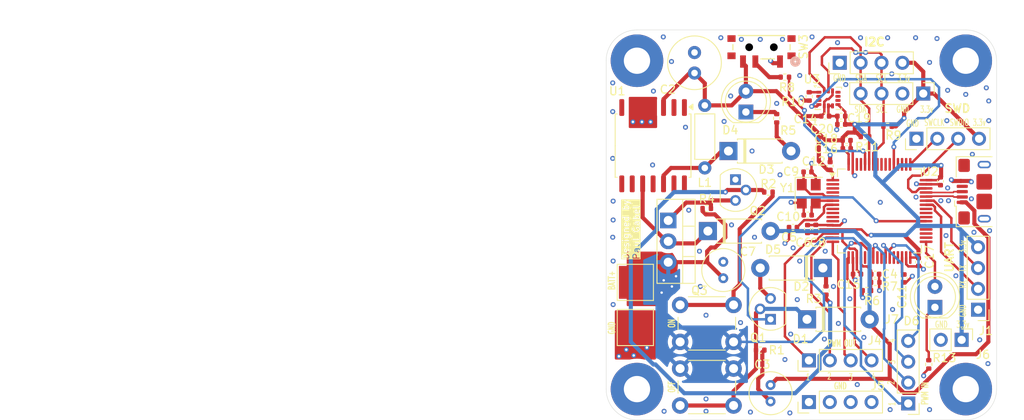
<source format=kicad_pcb>
(kicad_pcb (version 20240108) (generator "pcbnew") (generator_version "8.0")
  (layers (0 "F.Cu" signal) (1 "In1.Cu" signal) (2 "In2.Cu" signal) (31 "B.Cu" power) (34 "B.Paste" user) (35 "F.Paste" user) (36 "B.SilkS" user "B.Silkscreen") (37 "F.SilkS" user "F.Silkscreen") (38 "B.Mask" user) (39 "F.Mask" user) (44 "Edge.Cuts" user))
  (net 0 "")
  (net 1 "/VIN")
  (net 2 "GND")
  (net 3 "+3.3V")
  (net 4 "/NRST")
  (net 5 "/RCC_OSC_IN")
  (net 6 "/BATT_CNTRL_FORWARD")
  (net 7 "/RCC_OSC_OUT")
  (net 8 "/VCAP")
  (net 9 "/BATT_CTRL")
  (net 11 "/BUCK_RAW_OUT")
  (net 12 "-BATT")
  (net 13 "VBUS")
  (net 14 "/STATUS_OUT")
  (net 15 "/STATUS")
  (net 16 "/PWM_1")
  (net 17 "/PWM_3")
  (net 18 "/PWM_2")
  (net 19 "/PWM_4")
  (net 20 "/SCL")
  (net 21 "/SDA")
  (net 22 "/UART_TX")
  (net 23 "/UART_RX")
  (net 24 "/SWCLK")
  (net 25 "/SWDIO")
  (net 26 "/SIG_2")
  (net 27 "/SIG_1")
  (net 28 "/SIG_3")
  (net 29 "/SIG_4")
  (net 33 "/USB_D+")
  (net 36 "/USB_D-")
  (net 38 "/PMOS_G")
  (net 39 "/PNP_B")
  (net 40 "/NPN_B")
  (net 41 "/ON_BTN")
  (net 42 "/BATT_IN")
  (net 43 "/AD0")
  (net 44 "/SW_BOOT0")
  (net 45 "/BOOT0")
  (net 46 "/IMU_R")
  (net 47 "/PNP_C")
  (net 48 "/P_LED_OUT")
  (footprint "Diode_THT:D_DO-41_SOD81_P7.62mm_Horizontal" (layer "F.Cu") (at 171.13 80.5)
    (property "Reference" "D3")
    (property "Value" "11DQ05" (hide yes))
  )
  (footprint "TestPoint:TestPoint_Pad_4.0x4.0mm" (layer "F.Cu") (at 159.8 102)
    (property "Reference" "TP2" (hide yes))
    (property "Value" "TestPoint" (hide yes))
  )
  (footprint "Package_QFP:LQFP-64_10x10mm_P0.5mm" (layer "F.Cu") (at 189.5 87.8)
    (property "Reference" "U2")
    (property "Value" "STM32F401RCT6" (hide yes))
  )
  (footprint "Capacitor_SMD:C_0402_1005Metric" (layer "F.Cu") (at 180.75 83.05)
    (property "Reference" "C9")
    (property "Value" "10p" (hide yes))
  )
  (footprint "MountingHole:MountingHole_3.2mm_M3_Pad" (layer "F.Cu") (at 160 109.5)
    (property "Reference" "H2" (hide yes))
    (property "Value" "MountingHole" (hide yes))
  )
  (footprint "Resistor_SMD:R_0402_1005Metric" (layer "F.Cu") (at 177.99 71.5)
    (property "Reference" "R8")
    (property "Value" "10k" (hide yes))
  )
  (footprint "Capacitor_THT:C_Radial_D5.0mm_H5.0mm_P2.00mm" (layer "F.Cu") (at 170.5 96 90)
    (property "Reference" "C7")
    (property "Value" "22uF" (hide yes))
  )
  (footprint "Resistor_SMD:R_0402_1005Metric" (layer "F.Cu") (at 190.49 77.5)
    (property "Reference" "R9")
    (property "Value" "4k7" (hide yes))
  )
  (footprint "Diode_THT:D_DO-41_SOD81_P7.62mm_Horizontal" (layer "F.Cu") (at 180.69 101)
    (property "Reference" "D1")
    (property "Value" "11DQ05" (hide yes))
  )
  (footprint "Connector_PinHeader_2.54mm:PinHeader_1x04_P2.54mm_Vertical" (layer "F.Cu") (at 201.5 99.83 180)
    (property "Reference" "J1")
    (property "Value" "Conn_01x04_Pin" (hide yes))
  )
  (footprint "Resistor_SMD:R_0402_1005Metric" (layer "F.Cu") (at 174.99 104.75 180)
    (property "Reference" "R1")
    (property "Value" "10k" (hide yes))
  )
  (footprint "Capacitor_SMD:C_0402_1005Metric" (layer "F.Cu") (at 186.77 95.5 180)
    (property "Reference" "C15")
    (property "Value" "0u1" (hide yes))
  )
  (footprint "Capacitor_SMD:C_0402_1005Metric" (layer "F.Cu") (at 185.5 79.2)
    (property "Reference" "C18")
    (property "Value" "4u7" (hide yes))
  )
  (footprint "Resistor_SMD:R_0402_1005Metric" (layer "F.Cu") (at 177 76.51 -90)
    (property "Reference" "R5")
    (property "Value" "1k5" (hide yes))
  )
  (footprint "TestPoint:TestPoint_Pad_4.0x4.0mm" (layer "F.Cu") (at 159.8 96.5)
    (property "Reference" "TP1" (hide yes))
    (property "Value" "TestPoint" (hide yes))
  )
  (footprint "Package_SO:SOIC-14W_7.5x9mm_P1.27mm" (layer "F.Cu") (at 161.96 79.85 -90)
    (property "Reference" "U1")
    (property "Value" "LM2574M-3.3" (hide yes))
  )
  (footprint "Package_TO_SOT_THT:TO-92" (layer "F.Cu") (at 176.25 101 90)
    (property "Reference" "Q1")
    (property "Value" "2N2907_PNP" (hide yes))
  )
  (footprint "MountingHole:MountingHole_3.2mm_M3_Pad" (layer "F.Cu") (at 160 69.5)
    (property "Reference" "H1" (hide yes))
    (property "Value" "MountingHole" (hide yes))
  )
  (footprint "Resistor_SMD:R_0402_1005Metric" (layer "F.Cu") (at 183 97.49 -90)
    (property "Reference" "R3")
    (property "Value" "1k5" (hide yes))
  )
  (footprint "Connector_PinHeader_2.54mm:PinHeader_1x04_P2.54mm_Vertical" (layer "F.Cu") (at 184.67 69.75 90)
    (property "Reference" "J3" (hide yes))
    (property "Value" "Conn_01x04_Pin" (hide yes))
  )
  (footprint "Capacitor_SMD:C_0402_1005Metric" (layer "F.Cu") (at 192.5 96.02 -90)
    (property "Reference" "C11")
    (property "Value" "4u7" (hide yes))
  )
  (footprint "Resistor_SMD:R_0402_1005Metric" (layer "F.Cu") (at 187.74 78.75 180)
    (property "Reference" "R11")
    (property "Value" "4k7" (hide yes))
  )
  (footprint "Connector_PinHeader_2.54mm:PinHeader_1x04_P2.54mm_Vertical" (layer "F.Cu") (at 194 79 90)
    (property "Reference" "J2" (hide yes))
    (property "Value" "Conn_01x04_Pin" (hide yes))
  )
  (footprint "Capacitor_SMD:C_0402_1005Metric" (layer "F.Cu") (at 188.98 95.5)
    (property "Reference" "C4")
    (property "Value" "10n" (hide yes))
  )
  (footprint "Capacitor_THT:C_Radial_D5.0mm_H5.0mm_P2.00mm" (layer "F.Cu") (at 176.25 109 -90)
    (property "Reference" "C3")
    (property "Value" "22uF" (hide yes))
  )
  (footprint "Capacitor_SMD:C_0402_1005Metric" (layer "F.Cu") (at 180.77 88.3 180)
    (property "Reference" "C10")
    (property "Value" "10p" (hide yes))
  )
  (footprint "Resistor_SMD:R_0402_1005Metric" (layer "F.Cu") (at 195.5 106.49 -90)
    (property "Reference" "R13")
    (property "Value" "470" (hide yes))
  )
  (footprint "Diode_THT:D_DO-41_SOD81_P7.62mm_Horizontal" (layer "F.Cu") (at 168.63 90.25)
    (property "Reference" "D5")
    (property "Value" "11DQ05" (hide yes))
  )
  (footprint "MountingHole:MountingHole_3.2mm_M3_Pad" (layer "F.Cu") (at 200 69.5)
    (property "Reference" "H3" (hide yes))
    (property "Value" "MountingHole" (hide yes))
  )
  (footprint "Diode_THT:D_DO-41_SOD81_P7.62mm_Horizontal" (layer "F.Cu") (at 182.62 94.75 180)
    (property "Reference" "D2")
    (property "Value" "11DQ05" (hide yes))
  )
  (footprint "Capacitor_SMD:C_0402_1005Metric" (layer "F.Cu") (at 196.925 84.18 -90)
    (property "Reference" "C13" (hide yes))
    (property "Value" "0u1" (hide yes))
  )
  (footprint "Crystal:Crystal_SMD_3225-4Pin_3.2x2.5mm" (layer "F.Cu") (at 180.9 85.7 -90)
    (property "Reference" "Y1")
    (property "Value" "16MHz" (hide yes))
  )
  (footprint "Resistor_SMD:R_0402_1005Metric" (layer "F.Cu") (at 187.97 97.5)
    (property "Reference" "R6")
    (property "Value" "10k" (hide yes))
  )
  (footprint "Resistor_SMD:R_0402_1005Metric" (layer "F.Cu") (at 175.99 85.5 180)
    (property "Reference" "R2")
    (property "Value" "10k" (hide yes))
  )
  (footprint "Capacitor_SMD:C_0402_1005Metric" (layer "F.Cu") (at 181.75 89.98 90)
    (property "Reference" "C8")
    (property "Value" "0u1" (hide yes))
  )
  (footprint "Package_TO_SOT_THT:TO-92" (layer "F.Cu") (at 171.98 83.98 -90)
    (property "Reference" "Q2")
    (property "Value" "2N222A_NPN" (hide yes))
  )
  (footprint "Capacitor_SMD:C_0402_1005Metric" (layer "F.Cu") (at 182.8975 76.25)
    (property "Reference" "C14")
    (property "Value" "10n" (hide yes))
  )
  (footprint "Connector_USB:USB_Micro-B_Amphenol_10118193-0001LF_Horizontal" (layer "F.Cu") (at 202.25 85.45 90)
    (property "Reference" "J9" (hide yes))
    (property "Value" "USB_OTG")
  )
  (footprint "Button_Switch_THT:SW_PUSH_6mm" (layer "F.Cu") (at 171.75 103.75 180)
    (property "Reference" "SW2" (hide yes))
    (property "Value" "SW_Push" (hide yes))
  )
  (footprint "Resistor_SMD:R_0402_1005Metric" (layer "F.Cu") (at 188.99 96.5 180)
    (property "Reference" "R7")
    (property "Value" "1k5" (hide yes))
  )
  (footprint "Capacitor_SMD:C_0402_1005Metric" (layer "F.Cu") (at 185.52 80.2)
    (property "Reference" "C16")
    (property "Value" "0u1" (hide yes))
  )
  (footprint "footprints:CUS-12TB_NDC" (layer "F.Cu") (at 175.14998 67.854599 180)
    (property "Reference" "SW3")
    (property "Value" "SW_SPDT")
  )
  (footprint "Button_Switch_THT:SW_PUSH_6mm" (layer "F.Cu") (at 165.25 107)
    (property "Reference" "SW1" (hide yes))
    (property "Value" "SW_Push" (hide yes))
  )
  (footprint "Inductor_THT:L_Axial_L5.3mm_D2.2mm_P7.62mm_Horizontal_Vishay_IM-1" (layer "F.Cu") (at 168.25 74.94 -90)
    (property "Reference" "L1")
    (property "Value" "330uH" (hide yes))
  )
  (footprint "LED_THT:LED_D5.0mm_Clear" (layer "F.Cu") (at 196.25 99.54 90)
    (property "Reference" "D6")
    (property "Value" "GREEN" (hide yes))
  )
  (footprint "Capacitor_SMD:C_0402_1005Metric" (layer "F.Cu") (at 178.98 89.8 180)
    (property "Reference" "C5")
    (property "Value" "0u1" (hide yes))
  )
  (footprint "Package_LGA:LGA-14_3x2.5mm_P0.5mm_LayoutBorder3x4y" (layer "F.Cu") (at 183.29 74.0875)
    (property "Reference" "U3")
    (property "Value" "~" (hide yes))
  )
  (footprint "Connector_PinHeader_2.54mm:PinHeader_1x04_P2.54mm_Vertical" (layer "F.Cu") (at 180.92 111.08 90)
    (property "Reference" "J5")
    (property "Value" "Conn_01x04_Pin" (hide yes))
  )
  (footprint "Connector_PinHeader_2.54mm:PinHeader_1x04_P2.54mm_Vertical" (layer "F.Cu") (at 193 111.25 180)
    (property "Reference" "J7")
    (property "Value" "Conn_01x04_Pin" (hide yes))
  )
  (footprint "Connector_PinHeader_2.54mm:PinHeader_1x02_P2.54mm_Vertical" (layer "F.Cu") (at 199.5 103.5 -90)
    (property "Reference" "J6")
    (property "Value" "Conn_01x02_Pin" (hide yes))
  )
  (footprint "Package_TO_SOT_THT:TO-220-3_Vertical" (layer "F.Cu") (at 163.805 88.96 -90)
    (property "Reference" "Q3")
    (property "Value" "IRF9540N" (hide yes))
  )
  (footprint "Connector_PinHeader_2.54mm:PinHeader_1x04_P2.54mm_Vertical" (layer "F.Cu") (at 194.83 73.5 -90)
    (property "Reference" "J8" (hide yes))
    (property "Value" "Conn_01x04_Socket" (hide yes))
  )
  (footprint "Capacitor_SMD:C_0402_1005Metric" (layer "F.Cu") (at 180.75 90 90)
    (property "Reference" "C6")
    (property "Value" "2u2" (hide yes))
  )
  (footprint "Connector_PinHeader_2.54mm:PinHeader_1x04_P2.54mm_Vertical" (layer "F.Cu") (at 180.92 106 90)
    (property "Reference" "J4")
    (property "Value" "Conn_01x04_Pin" (hide yes))
  )
  (footprint "Resistor_SMD:R_0402_1005Metric" (layer "F.Cu") (at 168.49 87.5)
    (property "Reference" "R4")
    (property "Value" "10k" (hide yes))
  )
  (footprint "Capacitor_SMD:C_0402_1005Metric" (layer "F.Cu") (at 194.25 94.02 -90)
    (property "Reference" "C17")
    (property "Value" "0u1" (hide yes))
  )
  (footprint "Capacitor_THT:C_Radial_D6.3mm_H11.0mm_P2.50mm" (layer "F.Cu") (at 167 71 90)
    (property "Reference" "C2")
    (property "Value" "220uF" (hide yes))
  )
  (footprint "Capacitor_SMD:C_0402_1005Metric" (layer "F.Cu") (at 183.5 82.32 90)
    (property "Reference" "C12")
    (property "Value" "0u1" (hide yes))
  )
  (footprint "LED_THT:LED_D5.0mm_Clear" (layer "F.Cu") (at 173.25 75.75 90)
    (property "Reference" "D4")
    (property "Value" "RED" (hide yes))
  )
  (footprint "Capacitor_SMD:C_0402_1005Metric" (layer "F.Cu") (at 184.8575 76.25 180)
    (property "Reference" "C19")
    (property "Value" "0u1" (hide yes))
  )
  (footprint "MountingHole:MountingHole_3.2mm_M3_Pad" (layer "F.Cu") (at 200 109.5)
    (property "Reference" "H4" (hide yes))
    (property "Value" "MountingHole" (hide yes))
  )
  (footprint "Resistor_SMD:R_0402_1005Metric" (layer "F.Cu") (at 180.9525 73.8475 90)
    (property "Reference" "R10")
    (property "Value" "10k" (hide yes))
  )
  (footprint "Capacitor_SMD:C_0402_1005Metric" (layer "F.Cu") (at 184.8575 77.25 180)
    (property "Reference" "C20")
    (property "Value" "2u2" (hide yes))
  )
  (gr_arc (start 160 113.25) (mid 157.34835 112.15165) (end 156.25 109.5) (stroke (width 0.05)) (layer "Edge.Cuts"))
  (gr_line (start 160 65.75) (end 200 65.75) (stroke (width 0.05)) (layer "Edge.Cuts"))
  (gr_arc (start 203.75 109.5) (mid 202.65165 112.15165) (end 200 113.25) (stroke (width 0.05)) (layer "Edge.Cuts"))
  (gr_arc (start 200 65.75) (mid 202.65165 66.84835) (end 203.75 69.5) (stroke (width 0.05)) (layer "Edge.Cuts"))
  (gr_line (start 203.75 69.5) (end 203.75 109.5) (stroke (width 0.05)) (layer "Edge.Cuts"))
  (gr_arc (start 156.25 69.5) (mid 157.34835 66.84835) (end 160 65.75) (stroke (width 0.05)) (layer "Edge.Cuts"))
  (gr_line (start 200 113.25) (end 160 113.25) (stroke (width 0.05)) (layer "Edge.Cuts"))
  (gr_line (start 156.25 109.5) (end 156.25 69.5) (stroke (width 0.05)) (layer "Edge.Cuts"))
  (gr_text "SDA" (at 186.4 75.9 0) (layer "F.SilkS") (effects (font (size 0.8 0.5) (thickness 0.1) (bold yes)) (justify left bottom)))
  (gr_text "Designed by\nPaul Gabel" (at 160.4 93.8 90) (layer "F.SilkS" knockout) (effects (font (size 0.8 0.8) (thickness 0.1) (bold yes)) (justify left bottom)))
  (gr_text "SWD" (at 197.3 75.9 0) (layer "F.SilkS") (effects (font (size 1 1) (thickness 0.2) (bold yes)) (justify left bottom)))
  (gr_text "BATT+" (at 157.4 97.5 90) (layer "F.SilkS") (effects (font (size 0.8 0.5) (thickness 0.125) (bold yes)) (justify left bottom)))
  (gr_text "ON" (at 164.7 102.1 90) (layer "F.SilkS") (effects (font (size 0.8 0.5) (thickness 0.125) (bold yes)) (justify left bottom)))
  (gr_text "1" (at 191.5 111.6 90) (layer "F.SilkS") (effects (font (size 0.8 0.5) (thickness 0.1) (bold yes)) (justify left bottom)))
  (gr_text "3.3v" (at 194.4 75.9 0) (layer "F.SilkS") (effects (font (size 0.8 0.5) (thickness 0.1) (bold yes)) (justify left bottom)))
  (gr_text "GND" (at 200.1 100.8 90) (layer "F.SilkS") (effects (font (size 0.8 0.5) (thickness 0.1) (bold yes)) (justify left bottom)))
  (gr_text "3.3v" (at 198.8 102.1 0) (layer "F.SilkS") (effects (font (size 0.8 0.5) (thickness 0.1) (bold yes)) (justify left bottom)))
  (gr_text "PWM IN" (at 195.5 111.5 90) (layer "F.SilkS") (effects (font (size 0.8 0.5) (thickness 0.125) (bold yes)) (justify left bottom)))
  (gr_text "3.3v" (at 200.8 77.5 0) (layer "F.SilkS") (effects (font (size 0.8 0.5) (thickness 0.1) (bold yes)) (justify left bottom)))
  (gr_text "SWDIO" (at 198 77.5 0) (layer "F.SilkS") (effects (font (size 0.8 0.5) (thickness 0.1) (bold yes)) (justify left bottom)))
  (gr_text "SDA" (at 186.5 72.1 0) (layer "F.SilkS") (effects (font (size 0.8 0.5) (thickness 0.1) (bold yes)) (justify left bottom)))
  (gr_text "4" (at 188.5 108.5 0) (layer "F.SilkS") (effects (font (size 0.8 0.5) (thickness 0.1) (bold yes)) (justify left bottom)))
  (gr_text "3" (at 191.5 106.5 90) (layer "F.SilkS") (effects (font (size 0.8 0.5) (thickness 0.1) (bold yes)) (justify left bottom)))
  (gr_text "GND" (at 183.8 72.1 0) (layer "F.SilkS") (effects (font (size 0.8 0.5) (thickness 0.1) (bold yes)) (justify left bottom)))
  (gr_text "2" (at 183.1 108.4 0) (layer "F.SilkS") (effects (font (size 0.8 0.5) (thickness 0.1) (bold yes)) (justify left bottom)))
  (gr_text "PWM OUT" (at 183.1 104.4 0) (layer "F.SilkS") (effects (font (size 0.8 0.5) (thickness 0.125) (bold yes)) (justify left bottom)))
  (gr_text "3" (at 185.7 108.5 0) (layer "F.SilkS") (effects (font (size 0.8 0.5) (thickness 0.1) (bold yes)) (justify left bottom)))
  (gr_text "SCL" (at 189 72.1 0) (layer "F.SilkS") (effects (font (size 0.8 0.5) (thickness 0.1) (bold yes)) (justify left bottom)))
  (gr_text "OFF" (at 164.7 110 90) (layer "F.SilkS") (effects (font (size 0.8 0.5) (thickness 0.125) (bold yes)) (justify left bottom)))
  (gr_text "GND" (at 191.5 75.9 0) (layer "F.SilkS") (effects (font (size 0.8 0.5) (thickness 0.1) (bold yes)) (justify left bottom)))
  (gr_text "TX" (at 200.1 95.3 90) (layer "F.SilkS") (effects (font (size 0.8 0.5) (thickness 0.1) (bold yes)) (justify left bottom)))
  (gr_text "3.3v" (at 200.1 93 90) (layer "F.SilkS") (effects (font (size 0.8 0.5) (thickness 0.1) (bold yes)) (justify left bottom)))
  (gr_text "3.3v" (at 191.6 72.1 0) (layer "F.SilkS") (effects (font (size 0.8 0.5) (thickness 0.1) (bold yes)) (justify left bottom)))
  (gr_text "GND" (at 192.7 77.6 0) (layer "F.SilkS") (effects (font (size 0.8 0.5) (thickness 0.1) (bold yes)) (justify left bottom)))
  (gr_text "SWCLK" (at 194.9 77.5 0) (layer "F.SilkS") (effects (font (size 0.8 0.5) (thickness 0.1) (bold yes)) (justify left bottom)))
  (gr_text "GND" (at 157.4 102.9 90) (layer "F.SilkS") (effects (font (size 0.8 0.5) (thickness 0.125) (bold yes)) (justify left bottom)))
  (gr_text "RX" (at 200.1 97.3 90) (layer "F.SilkS") (effects (font (size 0.8 0.5) (thickness 0.1) (bold yes)) (justify left bottom)))
  (gr_text "I2C" (at 187.5 67.8 0) (layer "F.SilkS") (effects (font (size 1 1) (thickness 0.25) (bold yes)) (justify left bottom)))
  (gr_text "GND" (at 196.2 102.1 0) (layer "F.SilkS") (effects (font (size 0.8 0.5) (thickness 0.1) (bold yes)) (justify left bottom)))
  (gr_text "1" (at 180.5 108.5 0) (layer "F.SilkS") (effects (font (size 0.8 0.5) (thickness 0.1) (bold yes)) (justify left bottom)))
  (gr_text "2" (at 191.4 109 90) (layer "F.SilkS") (effects (font (size 0.8 0.5) (thickness 0.1) (bold yes)) (justify left bottom)))
  (gr_text "SCL" (at 189 75.9 0) (layer "F.SilkS") (effects (font (size 0.8 0.5) (thickness 0.1) (bold yes)) (justify left bottom)))
  (gr_text "UART" (at 198.6 95.4 90) (layer "F.SilkS") (effects (font (size 1 1) (thickness 0.2) (bold yes)) (justify left bottom)))
  (gr_text "4" (at 191.5 103.9 90) (layer "F.SilkS") (effects (font (size 0.8 0.5) (thickness 0.1) (bold yes)) (justify left bottom)))
  (gr_text "GND" (at 183.9 109.6 0) (layer "F.SilkS") (effects (font (size 0.8 0.5) (thickness 0.125) (bold yes)) (justify left bottom)))
  (segment (start 163 91.5) (end 163.805 91.5) (width 0.5) (layer "F.Cu") (net 1))
  (segment (start 163.5925 91.5) (end 163.805 91.5) (width 0.5) (layer "F.Cu") (net 1))
  (segment (start 160.69 88.5975) (end 163.5925 91.5) (width 0.5) (layer "F.Cu") (net 1))
  (segment (start 160.69 84.5) (end 160.69 88.5975) (width 0.5) (layer "F.Cu") (net 1))
  (segment (start 168.63 90.25) (end 167.13 91.75) (width 0.5) (layer "F.Cu") (net 1))
  (segment (start 167.13 91.75) (end 164.055 91.75) (width 0.5) (layer "F.Cu") (net 1))
  (segment (start 164.055 91.75) (end 163.805 91.5) (width 0.5) (layer "F.Cu") (net 1))
  (segment (start 186.29 95.941473) (end 186.55839 96.209863) (width 0.3) (layer "F.Cu") (net 2))
  (segment (start 186.25 82.125) (end 186.25 83.25) (width 0.3) (layer "F.Cu") (net 2))
  (segment (start 177.399983 69.799999) (end 176.549999 69.799999) (width 0.5) (layer "F.Cu") (net 2))
  (segment (start 183.3775 76.25) (end 184.3775 76.25) (width 0.3) (layer "F.Cu") (net 2))
  (segment (start 186.29 95.5) (end 186.29 93.515) (width 0.3) (layer "F.Cu") (net 2))
  (segment (start 184.3775 76.25) (end 184.3775 77.25) (width 0.3) (layer "F.Cu") (net 2))
  (segment (start 195.175 84.55) (end 194.05 84.55) (width 0.3) (layer "F.Cu") (net 2))
  (segment (start 194.880025 107.619975) (end 194.880025 107.880025) (width 0.3) (layer "F.Cu") (net 2))
  (segment (start 184.7 89.55) (end 185.25 89) (width 0.3) (layer "F.Cu") (net 2))
  (segment (start 175.5 104.75) (end 175.25 105) (width 0.5) (layer "F.Cu") (net 2))
  (segment (start 178.5 89.8) (end 178.5 91.25) (width 0.3) (layer "F.Cu") (net 2))
  (segment (start 192.75 96.5) (end 193.5 95.75) (width 0.3) (layer "F.Cu") (net 2))
  (segment (start 184.3 77.9) (end 184.3775 77.8225) (width 0.3) (layer "F.Cu") (net 2))
  (segment (start 178.5 91.25) (end 178 91.75) (width 0.3) (layer "F.Cu") (net 2))
  (segment (start 200.675 84.25) (end 200.575 84.15) (width 0.5) (layer "F.Cu") (net 2))
  (segment (start 186.29 93.515) (end 186.25 93.475) (width 0.3) (layer "F.Cu") (net 2))
  (segment (start 177 77.02) (end 177 78.75) (width 0.5) (layer "F.Cu") (net 2))
  (segment (start 181.75 83.57) (end 181.23 83.05) (width 0.3) (layer "F.Cu") (net 2))
  (segment (start 175.25 105) (end 175.25 107.75) (width 0.5) (layer "F.Cu") (net 2))
  (segment (start 183.29 76.1625) (end 183.29 75) (width 0.3) (layer "F.Cu") (net 2))
  (segment (start 186.25 82.125) (end 186.25 80.45) (width 0.3) (layer "F.Cu") (net 2))
  (segment (start 181.23 82.02) (end 181.25 82) (width 0.3) (layer "F.Cu") (net 2))
  (segment (start 178.8 86.8) (end 178.75 86.75) (width 0.3) (layer "F.Cu") (net 2))
  (segment (start 186.29 95.5) (end 186.29 95.941473) (width 0.3) (layer "F.Cu") (net 2))
  (segment (start 183.3775 76.25) (end 183.29 76.1625) (width 0.3) (layer "F.Cu") (net 2))
  (segment (start 174.75 108.25) (end 174.75 109.5) (width 0.5) (layer "F.Cu") (net 2))
  (segment (start 193.01759 94.55) (end 192.75 94.28241) (width 0.3) (layer "F.Cu") (net 2))
  (segment (start 180.29 88.3) (end 180.29 87.04) (width 0.3) (layer "F.Cu") (net 2))
  (segment (start 175.25 107.75) (end 174.75 108.25) (width 0.5) (layer "F.Cu") (net 2))
  (segment (start 174.75 109.5) (end 176.25 111) (width 0.5) (layer "F.Cu") (net 2))
  (segment (start 161.2 104.4) (end 161.2 104.450002) (width 0.5) (layer "F.Cu") (net 2))
  (segment (start 183.795 89.52) (end 183.825 89.55) (width 0.3) (layer "F.Cu") (net 2))
  (segment (start 194.45 94.5) (end 194.85 94.9) (width 0.3) (layer "F.Cu") (net 2))
  (segment (start 194.05 84.55) (end 194 84.5) (width 0.3) (layer "F.Cu") (net 2))
  (segment (start 181.23 83.05) (end 181.23 82.02) (width 0.3) (layer "F.Cu") (net 2))
  (segment (start 184.3775 77.8225) (end 184.3775 77.25) (width 0.3) (layer "F.Cu") (net 2))
  (segment (start 183.79 75) (end 183.29 75) (width 0.3) (layer "F.Cu") (net 2))
  (segment (start 194.25 94.5) (end 194.2 94.55) (width 0.3) (layer "F.Cu") (net 2))
  (segment (start 181.75 84.6) (end 181.75 83.57) (width 0.3) (layer "F.Cu") (net 2))
  (segment (start 180.05 86.8) (end 178.8 86.8) (width 0.3) (layer "F.Cu") (net 2))
  (segment (start 180.9525 74.3575) (end 180.3575 74.3575) (width 0.5) (layer "F.Cu") (net 2))
  (segment (start 180.3575 74.3575) (end 180 74) (width 0.5) (layer "F.Cu") (net 2))
  (segment (start 177 78.75) (end 178.75 80.5) (width 0.5) (layer "F.Cu") (net 2))
  (segment (start 194.25 94.5) (end 194.45 94.5) (width 0.3) (layer "F.Cu") (net 2))
  (segment (start 176.549999 69.799999) (end 176.25 69.5) (width 0.5) (layer "F.Cu") (net 2))
  (segment (start 198.4 84.15) (end 199.4 84.15) (width 0.5) (layer "F.Cu") (net 2))
  (segment (start 183.5 81.84) (end 183.5 81) (width 0.5) (layer "F.Cu") (net 2))
  (segment (start 196.815 84.55) (end 196.925 84.66) (width 0.3) (layer "F.Cu") (net 2))
  (segment (start 198.25 84) (end 198.4 84.15) (width 0.5) (layer "F.Cu") (net 2))
  (segment (start 194.2 94.55) (end 193.01759 94.55) (width 0.3) (layer "F.Cu") (net 2))
  (segment (start 189.46 95.5) (end 189.46 97.46) (width 0.3) (layer "F.Cu") (net 2))
  (segment (start 180.29 87.04) (end 180.05 86.8) (width 0.3) (layer "F.Cu") (net 2))
  (segment (start 189.46 97.46) (end 189.5 97.5) (width 0.3) (layer "F.Cu") (net 2))
  (segment (start 195.175 84.55) (end 196.815 84.55) (width 0.3) (layer "F.Cu") (net 2))
  (segment (start 185.98 79.2) (end 185.98 80.18) (width 0.3) (layer "F.Cu") (net 2))
  (segment (start 195.5 107) (end 194.880025 107.619975) (width 0.3) (layer "F.Cu") (net 2))
  (segment (start 192.5 96.5) (end 192.75 96.5) (width 0.3) (layer "F.Cu") (net 2))
  (segment (start 180.75 89.52) (end 183.795 89.52) (width 0.3) (layer "F.Cu") (net 2))
  (segment (start 200.575 84.15) (end 199.4 84.15) (width 0.5) (layer "F.Cu") (net 2))
  (segment (start 186.25 83.25) (end 186.5 83.5) (width 0.3) (layer "F.Cu") (net 2))
  (segment (start 192.75 94.28241) (end 192.75 93.475) (width 0.3) (layer "F.Cu") (net 2))
  (segment (start 183.825 89.55) (end 184.7 89.55) (width 0.3) (layer "F.Cu") (net 2))
  (segment (start 185.98 80.18) (end 186 80.2) (width 0.3) (layer "F.Cu") (net 2))
  (segment (start 186.25 80.45) (end 186 80.2) (width 0.3) (layer "F.Cu") (net 2))
  (via (at 190.8 112) (size 0.6) (drill 0.3) (layers "F.Cu" "B.Cu") (net 2))
  (via (at 191 71.1) (size 0.6) (drill 0.3) (layers "F.Cu" "B.Cu") (net 2))
  (via (at 178 91.75) (size 0.6) (drill 0.3) (layers "F.Cu" "B.Cu") (net 2))
  (via (at 178.6 112.4) (size 0.6) (drill 0.3) (layers "F.Cu" "B.Cu") (net 2))
  (via (at 177 74.7) (size 0.6) (drill 0.3) (layers "F.Cu" "B.Cu") (net 2))
  (via (at 174.3 91) (size 0.6) (drill 0.3) (layers "F.Cu" "B.Cu") (net 2))
  (via (at 182.9 92.7) (size 0.6) (drill 0.3) (layers "F.Cu" "B.Cu") (net 2))
  (via (at 200.686463 86.32223) (size 0.6) (drill 0.3) (layers "F.Cu" "B.Cu") (net 2))
  (via (at 161.65 76.95) (size 0.6) (drill 0.3) (layers "F.Cu" "B.Cu") (net 2))
  (via (at 198.25 84) (size 0.6) (drill 0.3) (layers "F.Cu" "B.Cu") (net 2))
  (via (at 187.2 66.7) (size 0.6) (drill 0.3) (layers "F.Cu" "B.Cu") (net 2))
  (via (at 179 92.3) (size 0.6) (drill 0.3) (layers "F.Cu" "B.Cu") (net 2))
  (via (at 177.4 83.4) (size 0.6) (drill 0.3) (layers "F.Cu" "B.Cu") (net 2))
  (via (at 193.9 66.7) (size 0.6) (drill 0.3) (layers "F.Cu" "B.Cu") (net 2))
  (via (at 163.2 66.6) (size 0.6) (drill 0.3) (layers "F.Cu" "B.Cu") (net 2))
  (via (at 157.05 72.2) (size 0.6) (drill 0.3) (layers "F.Cu" "B.Cu") (net 2))
  (via (at 171.4 73.8) (size 0.6) (drill 0.3) (layers "F.Cu" "B.Cu") (net 2))
  (via (at 174 80.5) (size 0.6) (drill 0.3) (layers "F.Cu" "B.Cu") (net 2))
  (via (at 185.25 89) (size 0.6) (drill 0.3) (layers "F.Cu" "B.Cu") (net 2))
  (via (at 184.5 101.5) (size 0.6) (drill 0.3) (layers "F.Cu" "B.Cu") (net 2))
  (via (at 167.7 97) (size 0.6) (drill 0.3) (layers "F.Cu" "B.Cu") (net 2))
  (via (at 163.3 112.2) (size 0.6) (drill 0.3) (layers "F.Cu" "B.Cu") (net 2))
  (via (at 183.5 81) (size 0.6) (drill 0.3) (layers "F.Cu" "B.Cu") (net 2))
  (via (at 200.675 84.25) (size 0.6) (drill 0.3) (layers "F.Cu" "B.Cu") (net 2))
  (via (at 193.950001 86.106986) (size 0.6) (drill 0.3) (layers "F.Cu" "B.Cu") (net 2))
  (via (at 172.7 66.9) (size 0.6) (drill 0.3) (layers "F.Cu" "B.Cu") (net 2))
  (via (at 157.05 91) (size 0.6) (drill 0.3) (layers "F.Cu" "B.Cu") (net 2))
  (via (at 157.1 93.9) (size 0.6) (drill 0.3) (layers "F.Cu" "B.Cu") (net 2))
  (via (at 184.3 77.9) (size 0.6) (drill 0.3) (layers "F.Cu" "B.Cu") (net 2))
  (via (at 181.25 82) (size 0.6) (drill 0.3) (layers "F.Cu" "B.Cu") (net 2))
  (via (at 159.6 105.4) (size 0.6) (drill 0.3) (layers "F.Cu" "B.Cu") (net 2))
  (via (at 202.7 106.4) (size 0.6) (drill 0.3) (layers "F.Cu" "B.Cu") (net 2))
  (via (at 157.1 86.6) (size 0.6) (drill 0.3) (layers "F.Cu" "B.Cu") (net 2))
  (via (at 157.1 88.9) (size 0.6) (drill 0.3) (layers "F.Cu" "B.Cu") (net 2))
  (via (at 201 90.4) (size 0.6) (drill 0.3) (layers "F.Cu" "B.Cu") (net 2))
  (via (at 171.5 89.5) (size 0.6) (drill 0.3) (layers "F.Cu" "B.Cu") (net 2))
  (via (at 170.2 66.7) (size 0.6) (drill 0.3) (layers "F.Cu" "B.Cu") (net 2))
  (via (at 158.7 104.7) (size 0.6) (drill 0.3) (layers "F.Cu" "B.Cu") (net 2))
  (via (at 173.8 112.3) (size 0.6) (drill 0.3) (layers "F.Cu" "B.Cu") (net 2))
  (via (at 189.6 86.75) (size 0.6) (drill 0.3) (layers "F.Cu" "B.Cu") (net 2))
  (via (at 202.8 74.4) (size 0.6) (drill 0.3) (layers "F.Cu" "B.Cu") (net 2))
  (via (at 167.6 92.7) (size 0.6) (drill 0.3) (layers "F.Cu" "B.Cu") (net 2))
  (via (at 202.8 76.8) (size 0.6) (drill 0.3) (layers "F.Cu" "B.Cu") (net 2))
  (via (at 191.1 99.8) (size 0.6) (drill 0.3) (layers "F.Cu" "B.Cu") (net 2))
  (via (at 157.8 105.5) (size 0.6) (drill 0.3) (layers "F.Cu" "B.Cu") (net 2))
  (via (at 196.967334 86.55) (size 0.6) (drill 0.3) (layers "F.Cu" "B.Cu") (net 2))
  (via (at 197.7 76.8) (size 0.6) (drill 0.3) (layers "F.Cu" "B.Cu") (net 2))
  (via (at 179.8 71.3) (size 0.6) (drill 0.3) (layers "F.Cu" "B.Cu") (net 2))
  (via (at 168.4 112.2) (size 0.6) (drill 0.3) (layers "F.Cu" "B.Cu") (net 2))
  (via (at 161.2 104.450002) (size 0.6) (drill 0.3) (layers "F.Cu" "B.Cu") (net 2))
  (via (at 187.6 103.2) (size 0.6) (drill 0.3) (layers "F.Cu" "B.Cu") (net 2))
  (via (at 179.8 93.9) (size 0.6) (drill 0.3) (layers "F.Cu" "B.Cu") (net 2))
  (via (at 168.4 100.5) (size 0.6) (drill 0.3) (layers "F.Cu" "B.Cu") (net 2))
  (via (at 157.1 99.2) (size 0.6) (drill 0.3) (layers "F.Cu" "B.Cu") (net 2))
  (via (at 185.9 98.5) (size 0.6) (drill 0.3) (layers "F.Cu" "B.Cu") (net 2))
  (via (at 198.8 95.7) (size 0.6) (drill 0.3) (layers "F.Cu" "B.Cu") (net 2))
  (via (at 164.2 69.6) (size 0.6) (drill 0.3) (layers "F.Cu" "B.Cu") (net 2))
  (via (at 196.5 66.8) (size 0.6) (drill 0.3) (layers "F.Cu" "B.Cu") (net 2))
  (via (at 177.7 66.9) (size 0.6) (drill 0.3) (layers "F.Cu" "B.Cu") (net 2))
  (via (at 183.9 97) (size 0.6) (drill 0.3) (layers "F.Cu" "B.Cu") (net 2))
  (via (at 201.7 103.5) (size 0.6) (drill 0.3) (layers "F.Cu" "B.Cu") (net 2))
  (via (at 179.5 98.6) (size 0.6) (drill 0.3) (layers "F.Cu" "B.Cu") (net 2))
  (via (at 159.5 76.95) (size 0.6) (drill 0.3) (layers "F.Cu" "B.Cu") (net 2))
  (via (at 170.6 76.9) (size 0.6) (drill 0.3) (layers "F.Cu" "B.Cu") (net 2))
  (via (at 197.8 85) (size 0.6) (drill 0.3) (layers "F.Cu" "B.Cu") (net 2))
  (via (at 161.9 82.2) (size 0.6) (drill 0.3) (layers "F.Cu" "B.Cu") (net 2))
  (via (at 175 66.9) (size 0.6) (drill 0.3) (layers "F.Cu" "B.Cu") (net 2))
  (via (at 160.6 76.95) (size 0.6) (drill 0.3) (layers "F.Cu" "B.Cu") (net 2))
  (via (at 190.5 66.7) (size 0.6) (drill 0.3) (layers "F.Cu" "B.Cu") (net 2))
  (via (at 168.4 110.7) (size 0.6) (drill 0.3) (layers "F.Cu" "B.Cu") (net 2))
  (via (at 166.3 87.7) (size 0.6) (drill 0.3) (layers "F.Cu" "B.Cu") (net 2))
  (via (at 165.9 77.6) (size 0.6) (drill 0.3) (layers "F.Cu" "B.Cu") (net 2))
  (via (at 200.8 80.9) (size 0.6) (drill 0.3) (layers "F.Cu" "B.Cu") (net 2))
  (via (at 195.6 112) (size 0.6) (drill 0.3) (layers "F.Cu" "B.Cu") (net 2))
  (via (at 178.75 86.75) (size 0.6) (drill 0.3) (layers "F.Cu" "B.Cu") (net 2))
  (via (at 200 73.6) (size 0.6) (drill 0.3) (layers "F.Cu" "B.Cu") (net 2))
  (via (at 178 105.9) (size 0.6) (drill 0.3) (layers "F.Cu" "B.Cu") (net 2))
  (via (at 202.5 72.8) (size 0.6) (drill 0.3) (layers "F.Cu" "B.Cu") (net 2))
  (via (at 162 73.2) (size 0.6) (drill 0.3) (layers "F.Cu" "B.Cu") (net 2))
  (via (at 193.5 95.75) (size 0.6) (drill 0.3) (layers "F.Cu" "B.Cu") (net 2))
  (via (at 186.5 83.5) (size 0.6) (drill 0.3) (layers "F.Cu" "B.Cu") (net 2))
  (via (at 182.8 103.4) (size 0.6) (drill 0.3) (layers "F.Cu" "B.Cu") (net 2))
  (via (at 197.6 90.8) (size 0.6) (drill 0.3) (layers "F.Cu" "B.Cu") (net 2))
  (via (at 189.5 97.5) (size 0.6) (drill 0.3) (layers "F.Cu" "B.Cu") (net 2))
  (via (at 185.4 72.4) (size 0.6) (drill 0.3) (layers "F.Cu" "B.Cu") (net 2))
  (via (at 176.25 69.5) (size 0.6) (drill 0.3) (layers "F.Cu" "B.Cu") (net 2))
  (via (at 197.9 86.55) (size 0.6) (drill 0.3) (layers "F.Cu" "B.Cu") (net 2))
  (via (at 184.4 67.3) (size 0.6) (drill 0.3) (layers "F.Cu" "B.Cu") (net 2))
  (via (at 194 84.5) (size 0.6) (drill 0.3) (layers "F.Cu" "B.Cu") (net 2))
  (via (at 172.6 101.4) (size 0.6) (drill 0.3) (layers "F.Cu" "B.Cu") (net 2))
  (via (at 194.880025 107.880025) (size 0.6) (drill 0.3) (layers "F.Cu" "B.Cu") (net 2))
  (via (at 197.8 73.1) (size 0.6) (drill 0.3) (layers "F.Cu" "B.Cu") (net 2))
  (via (at 202.9 90.2) (size 0.6) (drill 0.3) (layers "F.Cu" "B.Cu") (net 2))
  (via (at 194.85 94.9) (size 0.6) (drill 0.3) (layers "F.Cu" "B.Cu") (net 2))
  (via (at 157.05 81.4) (size 0.6) (drill 0.3) (layers "F.Cu" "B.Cu") (net 2))
  (via (at 181.3 66.6) (size 0.6) (drill 0.3) (layers "F.Cu" "B.Cu") (net 2))
  (via (at 178.7 102.8) (size 0.6) (drill 0.3) (layers "F.Cu" "B.Cu") (net 2))
  (via (at 180 74) (size 0.6) (drill 0.3) (layers "F.Cu" "B.Cu") (net 2))
  (via (at 186.8 108.95) (size 0.6) (drill 0.3) (layers "F.Cu" "B.Cu") (net 2))
  (via (at 186.55839 96.209863) (size 0.6) (drill 0.3) (layers "F.Cu" "B.Cu") (net 2))
  (via (at 195.6 69.7) (size 0.6) (drill 0.3) (layers "F.Cu" "B.Cu") (net 2))
  (via (at 157.05 75.7) (size 0.6) (drill 0.3) (layers "F.Cu" "B.Cu") (net 2))
  (segment (start 188.5 90.75) (end 188 90.75) (width 0.3) (layer "F.Cu") (net 3))
  (segment (start 183.103604 74.187256) (end 183.3 74.187256) (width 0.3) (layer "F.Cu") (net 3))
  (segment (start 185 90.05) (end 183.825 90.05) (width 0.3) (layer "F.Cu") (net 3))
  (segment (start 185.660001 78.25) (end 186.5 78.25) (width 0.5) (layer "F.Cu") (net 3))
  (segment (start 171.52 74.94) (end 173.25 73.21) (width 0.5) (layer "F.Cu") (net 3))
  (segment (start 182.79 75.8775) (end 182.4175 76.25) (width 0.3) (layer "F.Cu") (net 3))
  (segment (start 197 83.625) (end 196.925 83.7) (width 0.5) (layer "F.Cu") (net 3))
  (segment (start 187.3 90.05) (end 185 90.05) (width 0.3) (layer "F.Cu") (net 3))
  (segment (start 168.25 72.25) (end 167 71) (width 0.5) (layer "F.Cu") (net 3))
  (segment (start 166.405001 71) (end 167 71) (width 0.5) (layer "F.Cu") (net 3))
  (segment (start 180 76.25) (end 182.125 78.375) (width 0.5) (layer "F.Cu") (net 3))
  (segment (start 168.25 74.94) (end 168.25 72.25) (width 0.5) (layer "F.Cu") (net 3))
  (segment (start 163.23 74.175001) (end 166.405001 71) (width 0.5) (layer "F.Cu") (net 3))
  (segment (start 194.83 73.5) (end 196.12 73.5) (width 0.5) (layer "F.Cu") (net 3))
  (segment (start 182.125 81.734999) (end 182.125 78.375) (width 0.5) (layer "F.Cu") (net 3))
  (segment (start 185.3375 75.7225) (end 184.4525 74.8375) (width 0.3) (layer "F.Cu") (net 3))
  (segment (start 168.25 74.94) (end 171.52 74.94) (width 0.5) (layer "F.Cu") (net 3))
  (segment (start 185.75 80.886134) (end 185.75 82.125) (width 0.3) (layer "F.Cu") (net 3))
  (segment (start 186.75 93.475) (end 186.75 92.66759) (width 0.3) (layer "F.Cu") (net 3))
  (segment (start 185.3375 77.25) (end 185.3375 75.7225) (width 0.3) (layer "F.Cu") (net 3))
  (segment (start 173.25 70.150019) (end 172.89998 69.799999) (width 0.5) (layer "F.Cu") (net 3))
  (segment (start 185 91.5) (end 185 90.05) (width 0.3) (layer "F.Cu") (net 3))
  (segment (start 194.83 70.83) (end 194.83 73.5) (width 0.5) (layer "F.Cu") (net 3))
  (segment (start 192.5 75.83) (end 194.83 73.5) (width 0.5) (layer "F.Cu") (net 3))
  (segment (start 183.825 84.05) (end 183.825 83.125) (width 0.3) (layer "F.Cu") (net 3))
  (segment (start 192.5 76.5) (end 192.5 75.83) (width 0.5) (layer "F.Cu") (net 3))
  (segment (start 196.575 84.05) (end 196.925 83.7) (width 0.3) (layer "F.Cu") (net 3))
  (segment (start 182.4175 76.25) (end 180 76.25) (width 0.5) (layer "F.Cu") (net 3))
  (segment (start 185.9 92.4) (end 185 91.5) (width 0.3) (layer "F.Cu") (net 3))
  (segment (start 183.825 83.125) (end 183.5 82.8) (width 0.3) (layer "F.Cu") (net 3))
  (segment (start 192.29 69.75) (end 193.75 69.75) (width 0.5) (layer "F.Cu") (net 3))
  (segment (start 183.79 73.697256) (end 183.79 73.175) (width 0.3) (layer "F.Cu") (net 3))
  (segment (start 180 76.25) (end 176.96 73.21) (width 0.5) (layer "F.Cu") (net 3))
  (segment (start 186.5 78.25) (end 186.5 77.25) (width 0.5) (layer "F.Cu") (net 3))
  (segment (start 185.02 79.2) (end 185.02 78.890001) (width 0.5) (layer "F.Cu") (net 3))
  (segment (start 182.79 75) (end 182.79 74.50086) (width 0.3) (layer "F.Cu") (net 3))
  (segment (start 182.125 78.375) (end 182.95 79.2) (width 0.5) (layer "F.Cu") (net 3))
  (segment (start 187.25 95.5) (end 186.75 95) (width 0.3) (layer "F.Cu") (net 3))
  (segment (start 183.3 74.187256) (end 183.79 73.697256) (width 0.3) (layer "F.Cu") (net 3))
  (segment (start 183.5 82.8) (end 183.190001 82.8) (width 0.5) (layer "F.Cu") (net 3))
  (segment (start 185.02 78.890001) (end 185.660001 78.25) (width 0.5) (layer "F.Cu") (net 3))
  (segment (start 195.175 84.05) (end 196.575 84.05) (width 0.3) (layer "F.Cu") (net 3))
  (segment (start 194.25 92.5) (end 194.25 93.54) (width 0.5) (layer "F.Cu") (net 3))
  (segment (start 191.5 77.5) (end 192.5 76.5) (width 0.5) (layer "F.Cu") (net 3))
  (segment (start 188.5 90.75) (end 192.5 90.75) (width 0.5) (layer "F.Cu") (net 3))
  (segment (start 186.5 78.25) (end 186.73 78.25) (width 0.5) (layer "F.Cu") (net 3))
  (segment (start 176.96 73.21) (end 173.25 73.21) (width 0.5) (layer "F.Cu") (net 3))
  (segment (start 186.73 78.25) (end 187.23 78.75) (width 0.5) (layer "F.Cu") (net 3))
  (segment (start 185.02 79.2) (end 185.02 80.156134) (width 0.3) (layer "F.Cu") (net 3))
  (segment (start 185.02 80.156134) (end 185.75 80.886134) (width 0.3) (layer "F.Cu") (net 3))
  (segment (start 182.79 74.50086) (end 183.103604 74.187256) (width 0.3) (layer "F.Cu") (net 3))
  (segment (start 183.190001 82.8) (end 182.125 81.734999) (width 0.5) (layer "F.Cu") (net 3))
  (segment (start 197 82.25) (end 197 83.625) (width 0.5) (layer "F.Cu") (net 3))
  (segment (start 182.95 79.2) (end 185.02 79.2) (width 0.5) (layer "F.Cu") (net 3))
  (segment (start 192.5 90.75) (end 194.25 92.5) (width 0.5) (layer "F.Cu") (net 3))
  (segment (start 186.48241 92.4) (end 185.9 92.4) (width 0.3) (layer "F.Cu") (net 3))
  (segment (start 186.75 95) (end 186.75 93.475) (width 0.3) (layer "F.Cu") (net 3))
  (segment (start 181.75 90.46) (end 182.16 90.05) (width 0.3) (layer "F.Cu") (net 3))
  (segment (start 185.3375 77.25) (end 186.5 77.25) (width 0.5) (layer "F.Cu") (net 3))
  (segment (start 180.75 90.48) (end 181.73 90.48) (width 0.3) (layer "F.Cu") (net 3))
  (segment (start 193.25 93.475) (end 194.185 93.475) (width 0.3) (layer "F.Cu") (net 3))
  (segment (start 194.185 93.475) (end 194.25 93.54) (width 0.3) (layer "F.Cu") (net 3))
  (segment (start 182.79 75) (end 182.79 75.8775) (width 0.3) (layer "F.Cu") (net 3))
  (segment (start 191 77.5) (end 191.5 77.5) (width 0.5) (layer "F.Cu") (net 3))
  (segment (start 173 72.96) (end 173.25 73.21) (width 0.5) (layer "F.Cu") (net 3))
  (segment (start 196.12 73.5) (end 201.62 79) (width 0.5) (layer "F.Cu") (net 3))
  (segment (start 182.16 90.05) (end 183.825 90.05) (width 0.3) (layer "F.Cu") (net 3))
  (segment (start 188 90.75) (end 187.3 90.05) (width 0.3) (layer "F.Cu") (net 3))
  (segment (start 173.25 73.21) (end 173.25 70.150019) (width 0.5) (layer "F.Cu") (net 3))
  (segment (start 163.23 75.2) (end 163.23 74.175001) (width 0.5) (layer "F.Cu") (net 3))
  (segment (start 193.75 69.75) (end 194.83 70.83) (width 0.5) (layer "F.Cu") (net 3))
  (segment (start 181.73 90.48) (end 181.75 90.46) (width 0.3) (layer "F.Cu") (net 3))
  (segment (start 186.75 92.66759) (end 186.48241 92.4) (width 0.3) (layer "F.Cu") (net 3))
  (via (at 192.5 76.5) (size 0.6) (drill 0.3) (layers "F.Cu" "B.Cu") (net 3))
  (via (at 186.5 77.25) (size 0.6) (drill 0.3) (layers "F.Cu" "B.Cu") (net 3))
  (via (at 188.5 90.75) (size 0.6) (drill 0.3) (layers "F.Cu" "B.Cu") (net 3))
  (via (at 197 82.25) (size 0.6) (drill 0.3) (layers "F.Cu" "B.Cu") (net 3))
  (segment (start 193.875 89.625) (end 192.75 90.75) (width 0.5) (layer "B.Cu") (net 3))
  (segment (start 192 82.25) (end 197 82.25) (width 0.5) (layer "B.Cu") (net 3))
  (segment (start 199.5 90.21) (end 198.915 89.625) (width 0.5) (layer "B.Cu") (net 3))
  (segment (start 186.5 77.25) (end 191.75 77.25) (width 0.5) (layer "B.Cu") (net 3))
  (segment (start 198.915 89.625) (end 201.5 92.21) (width 0.5) (layer "B.Cu") (net 3))
  (segment (start 194.2 88.71005) (end 194.2 89.3) (width 0.5) (layer "B.Cu") (net 3))
  (segment (start 189.869975 84.380025) (end 194.2 88.71005) (width 0.5) (layer "B.Cu") (net 3))
  (segment (start 186.5 77.25) (end 189 79.75) (width 0.5) (layer "B.Cu") (net 3))
  (segment (start 192.75 90.75) (end 188.5 90.75) (width 0.5) (layer "B.Cu") (net 3))
  (segment (start 199.5 103.5) (end 199.5 90.21) (width 0.5) (layer "B.Cu") (net 3))
  (segment (start 191.75 77.25) (end 192.5 76.5) (width 0.5) (layer "B.Cu") (net 3))
  (segment (start 193.875 89.625) (end 198.915 89.625) (width 0.5) (layer "B.Cu") (net 3))
  (segment (start 194.2 89.3) (end 193.875 89.625) (width 0.5) (layer "B.Cu") (net 3))
  (segment (start 189 83.51005) (end 189.869975 84.380025) (width 0.5) (layer "B.Cu") (net 3))
  (segment (start 189.869975 84.380025) (end 192 82.25) (width 0.5) (layer "B.Cu") (net 3))
  (segment (start 189 79.75) (end 189 83.51005) (width 0.5) (layer "B.Cu") (net 3))
  (segment (start 182.75 88) (end 181.83 88.92) (width 0.3) (layer "F.Cu") (net 4))
  (segment (start 183.01759 87.05) (end 182.75 87.31759) (width 0.3) (layer "F.Cu") (net 4))
  (segment (start 181.83 88.92) (end 180.34 88.92) (width 0.3) (layer "F.Cu") (net 4))
  (segment (start 180.34 88.92) (end 179.46 89.8) (width 0.3) (layer "F.Cu") (net 4))
  (segment (start 183.825 87.05) (end 183.01759 87.05) (width 0.3) (layer "F.Cu") (net 4))
  (segment (start 182.75 87.31759) (end 182.75 88) (width 0.3) (layer "F.Cu") (net 4))
  (segment (start 183.825 86.05) (end 182.9 86.05) (width 0.3) (layer "F.Cu") (net 5))
  (segment (start 182.6 85.75) (end 181.1 85.75) (width 0.3) (layer "F.Cu") (net 5))
  (segment (start 180.27 84.38) (end 180.05 84.6) (width 0.3) (layer "F.Cu") (net 5))
  (segment (start 181.1 85.75) (end 180.05 84.7) (width 0.3) (layer "F.Cu") (net 5))
  (segment (start 180.05 84.7) (end 180.05 84.6) (width 0.3) (layer "F.Cu") (net 5))
  (segment (start 182.9 86.05) (end 182.6 85.75) (width 0.3) (layer "F.Cu") (net 5))
  (segment (start 180.27 83.05) (end 180.27 84.38) (width 0.3) (layer "F.Cu") (net 5))
  (segment (start 183 96.98) (end 183 95.13) (width 0.5) (layer "F.Cu") (net 6))
  (segment (start 183 95.13) (end 182.62 94.75) (width 0.5) (layer "F.Cu") (net 6))
  (segment (start 181.25 88.3) (end 181.25 87.3) (width 0.3) (layer "F.Cu") (net 7))
  (segment (start 182 86.55) (end 183.825 86.55) (width 0.3) (layer "F.Cu") (net 7))
  (segment (start 181.75 86.8) (end 182 86.55) (width 0.3) (layer "F.Cu") (net 7))
  (segment (start 181.25 87.3) (end 181.75 86.8) (width 0.3) (layer "F.Cu") (net 7))
  (segment (start 192.25 95.29) (end 192.5 95.54) (width 0.3) (layer "F.Cu") (net 8))
  (segment (start 192.25 93.475) (end 192.25 95.29) (width 0.3) (layer "F.Cu") (net 8))
  (segment (start 189.15 89.05) (end 195.175 89.05) (width 0.3) (layer "F.Cu") (net 9))
  (segment (start 189.1 89) (end 189.15 89.05) (width 0.3) (layer "F.Cu") (net 9))
  (via (at 189.1 89) (size 0.6) (drill 0.3) (layers "F.Cu" "B.Cu") (net 9))
  (segment (start 172.5 91) (end 172.5 96.25) (width 0.3) (layer "B.Cu") (net 9))
  (segment (start 173.5 100.5) (end 174 101) (width 0.3) (layer "B.Cu") (net 9))
  (segment (start 174 101) (end 176.25 101) (width 0.3) (layer "B.Cu") (net 9))
  (segment (start 172.5 96.25) (end 173.5 97.25) (width 0.3) (layer "B.Cu") (net 9))
  (segment (start 189.1 89) (end 186.25 86.15) (width 0.3) (layer "B.Cu") (net 9))
  (segment (start 177.35 86.15) (end 172.5 91) (width 0.3) (layer "B.Cu") (net 9))
  (segment (start 173.5 97.25) (end 173.5 100.5) (width 0.3) (layer "B.Cu") (net 9))
  (segment (start 186.25 86.15) (end 177.35 86.15) (width 0.3) (layer "B.Cu") (net 9))
  (segment (start 163.23 84.5) (end 163.23 83.475001) (width 0.5) (layer "F.Cu") (net 11))
  (segment (start 170.31 80.5) (end 168.25 82.56) (width 0.5) (layer "F.Cu") (net 11))
  (segment (start 164.145001 82.56) (end 168.25 82.56) (width 0.5) (layer "F.Cu") (net 11))
  (segment (start 171.13 80.5) (end 170.31 80.5) (width 0.5) (layer "F.Cu") (net 11))
  (segment (start 163.23 83.475001) (end 164.145001 82.56) (width 0.5) (layer "F.Cu") (net 11))
  (segment (start 187.46 98.359997) (end 187.46 97.5) (width 0.3) (layer "F.Cu") (net 12))
  (segment (start 169.47 88.22) (end 170.75 89.5) (width 0.5) (layer "F.Cu") (net 12))
  (segment (start 168.54 92.71) (end 168.54 94.04) (width 0.5) (layer "F.Cu") (net 12))
  (segment (start 168.380001 88.22) (end 169.47 88.22) (width 0.5) (layer "F.Cu") (net 12))
  (segment (start 167.98 87.5) (end 167.98 87.819999) (width 0.5) (layer "F.Cu") (net 12))
  (segment (start 167.98 87.819999) (end 168.380001 88.22) (width 0.5) (layer "F.Cu") (net 12))
  (segment (start 168.54 94.04) (end 167.84 94.04) (width 0.5) (layer "F.Cu") (net 12))
  (segment (start 169 92.25) (end 168.54 92.71) (width 0.5) (layer "F.Cu") (net 12))
  (segment (start 170.75 91) (end 169.5 92.25) (width 0.5) (layer "F.Cu") (net 12))
  (segment (start 169.5 92.25) (end 169 92.25) (width 0.5) (layer "F.Cu") (net 12))
  (segment (start 170.5 96) (end 168.54 94.04) (width 0.5) (layer "F.Cu") (net 12))
  (segment (start 170.75 89.5) (end 170.75 91) (width 0.5) (layer "F.Cu") (net 12))
  (segment (start 167.84 94.04) (end 163.805 94.04) (width 0.5) (layer "F.Cu") (net 12))
  (via (at 187.46 98.359997) (size 0.6) (drill 0.3) (layers "F.Cu" "B.Cu") (net 12))
  (via (at 164.25 97) (size 0.6) (drill 0.3) (layers "F.Cu" "B.Cu") (net 12))
  (via (at 163 97.75) (size 0.6) (drill 0.3) (layers "F.Cu" "B.Cu") (net 12))
  (via (at 163.25 96.25) (size 0.6) (drill 0.3) (layers "F.Cu" "B.Cu") (net 12))
  (via (at 164.75 95.75) (size 0.6) (drill 0.3) (layers "F.Cu" "B.Cu") (net 12))
  (segment (start 187.46 98.359997) (end 187.25 98.149997) (width 0.3) (layer "B.Cu") (net 12))
  (segment (start 180.5 93.25) (end 180.5 95.75) (width 0.3) (layer "B.Cu") (net 12))
  (segment (start 180.5 95.75) (end 182.75 98) (width 0.3) (layer "B.Cu") (net 12))
  (segment (start 182.624265 91.125735) (end 180.5 93.25) (width 0.3) (layer "B.Cu") (net 12))
  (segment (start 182.75 102.25) (end 181.25 103.75) (width 0.3) (layer "B.Cu") (net 12))
  (segment (start 186.322794 91.125735) (end 182.624265 91.125735) (width 0.3) (layer "B.Cu") (net 12))
  (segment (start 187.25 92.052941) (end 186.322794 91.125735) (width 0.3) (layer "B.Cu") (net 12))
  (segment (start 182.75 98) (end 182.75 102.25) (width 0.3) (layer "B.Cu") (net 12))
  (segment (start 181.25 103.75) (end 171.75 103.75) (width 0.3) (layer "B.Cu") (net 12))
  (segment (start 187.25 98.149997) (end 187.25 92.052941) (width 0.3) (layer "B.Cu") (net 12))
  (segment (start 201.05 87.776166) (end 200.023834 86.75) (width 0.5) (layer "F.Cu") (net 13))
  (segment (start 201.05 89.35) (end 201.05 87.776166) (width 0.5) (layer "F.Cu") (net 13))
  (segment (start 199.4 86.75) (end 199.651166 86.75) (width 0.5) (layer "F.Cu") (net 13))
  (segment (start 190.75 108.25) (end 190.75 104) (width 0.5) (layer "F.Cu") (net 13))
  (segment (start 201.25 105.25) (end 202.75 103.75) (width 0.5) (layer "F.Cu") (net 13))
  (segment (start 190.75 108.25) (end 177 108.25) (width 0.5) (layer "F.Cu") (net 13))
  (segment (start 177 108.25) (end 176.25 109) (width 0.5) (layer "F.Cu") (net 13))
  (segment (start 190.75 108.25) (end 192.46 109.96) (width 0.5) (layer "F.Cu") (net 13))
  (segment (start 198.5 105.25) (end 201.25 105.25) (width 0.5) (layer "F.Cu") (net 13))
  (segment (start 200.023834 86.75) (end 199.575 86.75) (width 0.5) (layer "F.Cu") (net 13))
  (segment (start 188.31 101.56) (end 188.31 101) (width 0.5) (layer "F.Cu") (net 13))
  (segment (start 192.46 109.96) (end 193.79 109.96) (width 0.5) (layer "F.Cu") (net 13))
  (segment (start 193.79 109.96) (end 198.5 105.25) (width 0.5) (layer "F.Cu") (net 13))
  (segment (start 190.75 104) (end 188.31 101.56) (width 0.5) (layer "F.Cu") (net 13))
  (segment (start 202.75 91.05) (end 201.05 89.35) (width 0.5) (layer "F.Cu") (net 13))
  (segment (start 202.75 103.75) (end 202.75 91.05) (width 0.5) (layer "F.Cu") (net 13))
  (segment (start 188.300003 100.990003) (end 188.300003 92.060053) (width 0.5) (layer "B.Cu") (net 13))
  (segment (start 188.31 101) (end 188.300003 100.990003) (width 0.5) (layer "B.Cu") (net 13))
  (segment (start 188.300003 92.060053) (end 186.48995 90.25) (width 0.5) (layer "B.Cu") (net 13))
  (segment (start 186.48995 90.25) (end 176.25 90.25) (width 0.5) (layer "B.Cu") (net 13))
  (segment (start 195.5 105) (end 195.5 105.98) (width 0.3) (layer "F.Cu") (net 14))
  (segment (start 196.25 99.54) (end 195.25 100.54) (width 0.3) (layer "F.Cu") (net 14))
  (segment (start 195.25 100.54) (end 195.25 104.75) (width 0.3) (layer "F.Cu") (net 14))
  (segment (start 195.25 104.75) (end 195.5 105) (width 0.3) (layer "F.Cu") (net 14))
  (segment (start 195.175 92.925) (end 196.25 94) (width 0.3) (layer "F.Cu") (net 15))
  (segment (start 196.25 94) (end 196.25 97) (width 0.3) (layer "F.Cu") (net 15))
  (segment (start 195.175 91.55) (end 195.175 92.925) (width 0.3) (layer "F.Cu") (net 15))
  (segment (start 181.716134 91.5) (end 182.666134 90.55) (width 0.3) (layer "F.Cu") (net 16))
  (segment (start 182.666134 90.55) (end 183.825 90.55) (width 0.3) (layer "F.Cu") (net 16))
  (segment (start 180.92 106) (end 178 103.08) (width 0.3) (layer "F.Cu") (net 16))
  (segment (start 178 94.25) (end 180.75 91.5) (width 0.3) (layer "F.Cu") (net 16))
  (segment (start 180.75 91.5) (end 181.716134 91.5) (width 0.3) (layer "F.Cu") (net 16))
  (segment (start 178 103.08) (end 178 94.25) (width 0.3) (layer "F.Cu") (net 16))
  (segment (start 184.5 93.75) (end 184.5 99.5) (width 0.3) (layer "F.Cu") (net 17))
  (segment (start 183.825 91.55) (end 183.825 93.075) (width 0.3) (layer "F.Cu") (net 17))
  (segment (start 183.825 93.075) (end 184.5 93.75) (width 0.3) (layer "F.Cu") (net 17))
  (segment (start 185.25 100.25) (end 185.25 105.25) (width 0.3) (layer "F.Cu") (net 17))
  (segment (start 185.25 105.25) (end 186 106) (width 0.3) (layer "F.Cu") (net 17))
  (segment (start 184.5 99.5) (end 185.25 100.25) (width 0.3) (layer "F.Cu") (net 17))
  (segment (start 183.06759 91.1) (end 182.96759 91.1) (width 0.3) (layer "F.Cu") (net 18))
  (segment (start 183.46 100.21) (end 183.46 106) (width 0.3) (layer "F.Cu") (net 18))
  (segment (start 181.22 93.28) (end 181.22 97.97) (width 0.3) (layer "F.Cu") (net 18))
  (segment (start 183.825 91.05) (end 183.01759 91.05) (width 0.3) (layer "F.Cu") (net 18))
  (segment (start 182.75 91.31759) (end 182.75 91.75) (width 0.3) (layer "F.Cu") (net 18))
  (segment (start 181.22 97.97) (end 183.46 100.21) (width 0.3) (layer "F.Cu") (net 18))
  (segment (start 183.01759 91.05) (end 183.06759 91.1) (width 0.3) (layer "F.Cu") (net 18))
  (segment (start 182.75 91.75) (end 181.22 93.28) (width 0.3) (layer "F.Cu") (net 18))
  (segment (start 182.96759 91.1) (end 182.75 91.31759) (width 0.3) (layer "F.Cu") (net 18))
  (segment (start 186.5 97) (end 185.600001 96.100001) (width 0.3) (layer "F.Cu") (net 19))
  (segment (start 185.600001 93.624999) (end 185.75 93.475) (width 0.3) (layer "F.Cu") (net 19))
  (segment (start 186.5 103.96) (end 186.5 97) (width 0.3) (layer "F.Cu") (net 19))
  (segment (start 185.600001 96.100001) (end 185.600001 93.624999) (width 0.3) (layer "F.Cu") (net 19))
  (segment (start 188.54 106) (end 186.5 103.96) (width 0.3) (layer "F.Cu") (net 19))
  (segment (start 183.29 70.79) (end 183.29 73.175) (width 0.3) (layer "F.Cu") (net 20))
  (segment (start 187.81 68.5) (end 189.5 68.5) (width 0.3) (layer "F.Cu") (net 20))
  (segment (start 190 73.75) (end 189.75 73.5) (width 0.3) (layer "F.Cu") (net 20))
  (segment (start 190 79.5) (end 190 73.75) (width 0.3) (layer "F.Cu") (net 20))
  (segment (start 186.111856 68) (end 183.5 68) (width 0.3) (layer "F.Cu") (net 20))
  (segment (start 189.75 69.75) (end 189.75 73.5) (width 0.3) (layer "F.Cu") (net 20))
  (segment (start 183.5 68) (end 182.5 69) (width 0.3) (layer "F.Cu") (net 20))
  (segment (start 182.5 70) (end 183.29 70.79) (width 0.3) (layer "F.Cu") (net 20))
  (segment (start 186.61 68.498144) (end 186.111856 68) (width 0.3) (layer "F.Cu") (net 20))
  (segment (start 189.5 68.5) (end 189.75 68.75) (width 0.3) (layer "F.Cu") (net 20))
  (segment (start 188.75 82.125) (end 188.75 80.75) (width 0.3) (layer "F.Cu") (net 20))
  (segment (start 182.5 69) (end 182.5 70) (width 0.3) (layer "F.Cu") (net 20))
  (segment (start 188.75 80.75) (end 190 79.5) (width 0.3) (layer "F.Cu") (net 20))
  (segment (start 189.75 68.75) (end 189.75 69.75) (width 0.3) (layer "F.Cu") (net 20))
  (via (at 187.81 68.5) (size 0.6) (drill 0.3) (layers "F.Cu" "B.Cu") (net 20))
  (via (at 186.61 68.498144) (size 0.6) (drill 0.3) (layers "F.Cu" "B.Cu") (net 20))
  (segment (start 187.808144 68.498144) (end 186.61 68.498144) (width 0.3) (layer "B.Cu") (net 20))
  (segment (start 187.81 68.5) (end 187.808144 68.498144) (width 0.3) (layer "B.Cu") (net 20))
  (segment (start 182.85 66.65) (end 185.976346 66.65) (width 0.3) (layer "F.Cu") (net 21))
  (segment (start 181 71.072501) (end 181 68.5) (width 0.3) (layer "F.Cu") (net 21))
  (segment (start 187.21 73.5) (end 187.21 74.29) (width 0.3) (layer "F.Cu") (net 21))
  (segment (start 188.25 82.125) (end 188.25 78.75) (width 0.3) (layer "F.Cu") (net 21))
  (segment (start 181 68.5) (end 182.85 66.65) (width 0.3) (layer "F.Cu") (net 21))
  (segment (start 182.79 73.175) (end 182.79 72.862501) (width 0.3) (layer "F.Cu") (net 21))
  (segment (start 185.976346 66.65) (end 187.21 67.883654) (width 0.3) (layer "F.Cu") (net 21))
  (segment (start 187.21 67.883654) (end 187.21 73.5) (width 0.3) (layer "F.Cu") (net 21))
  (segment (start 188.25 75.33) (end 188.25 78.75) (width 0.3) (layer "F.Cu") (net 21))
  (segment (start 187.21 74.29) (end 188.25 75.33) (width 0.3) (layer "F.Cu") (net 21))
  (segment (start 182.79 72.862501) (end 181 71.072501) (width 0.3) (layer "F.Cu") (net 21))
  (segment (start 201.5 94.75) (end 198.25 91.5) (width 0.3) (layer "F.Cu") (net 22))
  (segment (start 198.25 88.681194) (end 196.118806 86.55) (width 0.3) (layer "F.Cu") (net 22))
  (segment (start 198.25 91.5) (end 198.25 88.681194) (width 0.3) (layer "F.Cu") (net 22))
  (segment (start 196.118806 86.55) (end 195.175 86.55) (width 0.3) (layer "F.Cu") (net 22))
  (segment (start 196.25 87.31759) (end 196.25 87.75) (width 0.3) (layer "F.Cu") (net 23))
  (segment (start 195.98241 87.05) (end 196.25 87.31759) (width 0.3) (layer "F.Cu") (net 23))
  (segment (start 197 92.79) (end 201.5 97.29) (width 0.3) (layer "F.Cu") (net 23))
  (segment (start 195.175 87.05) (end 195.98241 87.05) (width 0.3) (layer "F.Cu") (net 23))
  (segment (start 196.25 87.75) (end 197 88.5) (width 0.3) (layer "F.Cu") (net 23))
  (segment (start 197 88.5) (end 197 92.79) (width 0.3) (layer "F.Cu") (net 23))
  (segment (start 196.375 79) (end 196.54 79) (width 0.3) (layer "F.Cu") (net 24))
  (segment (start 193.25 82.125) (end 196.375 79) (width 0.3) (layer "F.Cu") (net 24))
  (segment (start 193 85) (end 193 84) (width 0.3) (layer "F.Cu") (net 25))
  (segment (start 194.58 83.5) (end 199.08 79) (width 0.3) (layer "F.Cu") (net 25))
  (segment (start 193.5 83.5) (end 194.58 83.5) (width 0.3) (layer "F.Cu") (net 25))
  (segment (start 193.91759 85.5) (end 193.5 85.5) (width 0.3) (layer "F.Cu") (net 25))
  (segment (start 193 84) (end 193.5 83.5) (width 0.3) (layer "F.Cu") (net 25))
  (segment (start 193.5 85.5) (end 193 85) (width 0.3) (layer "F.Cu") (net 25))
  (segment (start 195.175 85.05) (end 194.36759 85.05) (width 0.3) (layer "F.Cu") (net 25))
  (segment (start 194.36759 85.05) (end 193.91759 85.5) (width 0.3) (layer "F.Cu") (net 25))
  (segment (start 188.75 92.348529) (end 189.000003 92.098526) (width 0.3) (layer "F.Cu") (net 26))
  (segment (start 188.75 93.475) (end 188.75 92.348529) (width 0.3) (layer "F.Cu") (net 26))
  (segment (start 189.000003 92.098526) (end 189.000003 92) (width 0.3) (layer "F.Cu") (net 26))
  (via (at 189.000003 92) (size 0.6) (drill 0.3) (layers "F.Cu" "B.Cu") (net 26))
  (segment (start 190.1 102.15) (end 190.05 102.2) (width 0.3) (layer "B.Cu") (net 26))
  (segment (start 190.05 102.2) (end 190.05 105.76) (width 0.3) (layer "B.Cu") (net 26))
  (segment (start 190.1 93.099997) (end 190.1 102.15) (width 0.3) (layer "B.Cu") (net 26))
  (segment (start 189.000003 92) (end 190.1 93.099997) (width 0.3) (layer "B.Cu") (net 26))
  (segment (start 190.05 105.76) (end 193 108.71) (width 0.3) (layer "B.Cu") (net 26))
  (segment (start 187.308145 91.725735) (end 188.25 92.66759) (width 0.3) (layer "F.Cu") (net 27))
  (segment (start 188.25 92.66759) (end 188.25 93.475) (width 0.3) (layer "F.Cu") (net 27))
  (segment (start 186.074265 91.725735) (end 187.308145 91.725735) (width 0.3) (layer "F.Cu") (net 27))
  (via (at 186.074265 91.725735) (size 0.6) (drill 0.3) (layers "F.Cu" "B.Cu") (net 27))
  (segment (start 185.25 92.55) (end 185.25 101.75) (width 0.3) (layer "B.Cu") (net 27))
  (segment (start 191.85 111.25) (end 193 111.25) (width 0.3) (layer "B.Cu") (net 27))
  (segment (start 186.074265 91.725735) (end 185.25 92.55) (width 0.3) (layer "B.Cu") (net 27))
  (segment (start 185.25 101.75) (end 187.25 103.75) (width 0.3) (layer "B.Cu") (net 27))
  (segment (start 187.25 103.75) (end 187.25 106.65) (width 0.3) (layer "B.Cu") (net 27))
  (segment (start 187.25 106.65) (end 191.85 111.25) (width 0.3) (layer "B.Cu") (net 27))
  (segment (start 190.25 92.25) (end 190 92) (width 0.3) (layer "F.Cu") (net 28))
  (segment (start 190.25 93.475) (end 190.25 92.25) (width 0.3) (layer "F.Cu") (net 28))
  (via (at 190 92) (size 0.6) (drill 0.3) (layers "F.Cu" "B.Cu") (net 28))
  (segment (start 191.5 101.5) (end 191.5 104.67) (width 0.3) (layer "B.Cu") (net 28))
  (segment (start 192.25 100.75) (end 191.5 101.5) (width 0.3) (layer "B.Cu") (net 28))
  (segment (start 191.5 104.67) (end 193 106.17) (width 0.3) (layer "B.Cu") (net 28))
  (segment (start 190 92) (end 192.25 94.25) (width 0.3) (layer "B.Cu") (net 28))
  (segment (start 192.25 94.25) (end 192.25 100.75) (width 0.3) (layer "B.Cu") (net 28))
  (segment (start 190.75 93.475) (end 190.75 92.5) (width 0.3) (layer "F.Cu") (net 29))
  (segment (start 190.75 92.5) (end 191.25 92) (width 0.3) (layer "F.Cu") (net 29))
  (via (at 191.25 92) (size 0.6) (drill 0.3) (layers "F.Cu" "B.Cu") (net 29))
  (segment (start 194.25 102.38) (end 193 103.63) (width 0.3) (layer "B.Cu") (net 29))
  (segment (start 192.75 92) (end 194.25 93.5) (width 0.3) (layer "B.Cu") (net 29))
  (segment (start 194.25 93.5) (end 194.25 102.38) (width 0.3) (layer "B.Cu") (net 29))
  (segment (start 191.25 92) (end 192.75 92) (width 0.3) (layer "B.Cu") (net 29))
  (segment (start 198.462499 85.55) (end 198.562499 85.45) (width 0.2) (layer "F.Cu") (net 33))
  (segment (start 195.175 85.55) (end 198.462499 85.55) (width 0.2) (layer "F.Cu") (net 33))
  (segment (start 198.562499 85.45) (end 199.575 85.45) (width 0.2) (layer "F.Cu") (net 33))
  (segment (start 195.175 86.05) (end 195.225 86) (width 0.2) (layer "F.Cu") (net 36))
  (segment (start 198.462499 86) (end 198.562499 86.1) (width 0.2) (layer "F.Cu") (net 36))
  (segment (start 195.225 86) (end 198.462499 86) (width 0.2) (layer "F.Cu") (net 36))
  (segment (start 198.562499 86.1) (end 199.575 86.1) (width 0.2) (layer "F.Cu") (net 36))
  (segment (start 168.78 86.78) (end 169.04 86.52) (width 0.5) (layer "F.Cu") (net 38))
  (segment (start 168.25 86.78) (end 168.78 86.78) (width 0.5) (layer "F.Cu") (net 38))
  (segment (start 168.78 86.78) (end 169 87) (width 0.5) (layer "F.Cu") (net 38))
  (segment (start 163.805 88.96) (end 165.985 86.78) (width 0.5) (layer "F.Cu") (net 38))
  (segment (start 169.04 86.52) (end 171.98 86.52) (width 0.5) (layer "F.Cu") (net 38))
  (segment (start 165.985 86.78) (end 168.25 86.78) (width 0.5) (layer "F.Cu") (net 38))
  (segment (start 169 87) (end 169 87.5) (width 0.5) (layer "F.Cu") (net 38))
  (segment (start 165.25 111.5) (end 171.75 111.5) (width 0.5) (layer "F.Cu") (net 39))
  (segment (start 174.48 107.02) (end 171.75 109.75) (width 0.5) (layer "F.Cu") (net 39))
  (segment (start 174.48 100.23) (end 174.48 104.75) (width 0.5) (layer "F.Cu") (net 39))
  (segment (start 174.98 99.73) (end 174.48 100.23) (width 0.5) (layer "F.Cu") (net 39))
  (segment (start 171.75 109.75) (end 171.75 111.5) (width 0.5) (layer "F.Cu") (net 39))
  (segment (start 174.48 104.75) (end 174.48 107.02) (width 0.5) (layer "F.Cu") (net 39))
  (segment (start 179.42 99.73) (end 180.69 101) (width 0.5) (layer "B.Cu") (net 39))
  (segment (start 174.98 99.73) (end 179.42 99.73) (width 0.5) (layer "B.Cu") (net 39))
  (segment (start 183 98.5) (end 183.5 99) (width 0.5) (layer "F.Cu") (net 40))
  (segment (start 171 85.25) (end 173.25 85.25) (width 0.5) (layer "F.Cu") (net 40))
  (segment (start 175.23 85.25) (end 175.48 85.5) (width 0.5) (layer "F.Cu") (net 40))
  (segment (start 170.75 85.5) (end 171 85.25) (width 0.5) (layer "F.Cu") (net 40))
  (segment (start 173.25 85.25) (end 175.23 85.25) (width 0.5) (layer "F.Cu") (net 40))
  (segment (start 183 98) (end 183 98.5) (width 0.5) (layer "F.Cu") (net 40))
  (via (at 170.75 85.5) (size 0.6) (drill 0.3) (layers "F.Cu" "B.Cu") (net 40))
  (via (at 183.5 99) (size 0.6) (drill 0.3) (layers "F.Cu" "B.Cu") (net 40))
  (segment (start 159.25 93.25) (end 162.405 90.095) (width 0.5) (layer "B.Cu") (net 40))
  (segment (start 162.25 106.5) (end 162 106.5) (width 0.5) (layer "B.Cu") (net 40))
  (segment (start 162.405 90.095) (end 162.405 87.6075) (width 0.5) (layer "B.Cu") (net 40))
  (segment (start 164.5125 85.5) (end 168.75 85.5) (width 0.5) (layer "B.Cu") (net 40))
  (segment (start 183.5 104.192233) (end 182.21 105.482233) (width 0.5) (layer "B.Cu") (net 40))
  (segment (start 183.5 99) (end 183.5 104.192233) (width 0.5) (layer "B.Cu") (net 40))
  (segment (start 162 106.5) (end 159.25 103.75) (width 0.5) (layer "B.Cu") (net 40))
  (segment (start 168.75 85.5) (end 170.75 85.5) (width 0.5) (layer "B.Cu") (net 40))
  (segment (start 179.25 110) (end 165.75 110) (width 0.5) (layer "B.Cu") (net 40))
  (segment (start 182.21 107.04) (end 179.25 110) (width 0.5) (layer "B.Cu") (net 40))
  (segment (start 165.75 110) (end 162.25 106.5) (width 0.5) (layer "B.Cu") (net 40))
  (segment (start 162.405 87.6075) (end 164.5125 85.5) (width 0.5) (layer "B.Cu") (net 40))
  (segment (start 159.25 103.75) (end 159.25 93.25) (width 0.5) (layer "B.Cu") (net 40))
  (segment (start 182.21 105.482233) (end 182.21 107.04) (width 0.5) (layer "B.Cu") (net 40))
  (segment (start 172.5 90) (end 176.5 86) (width 0.5) (layer "F.Cu") (net 41))
  (segment (start 171.75 97.5) (end 172.5 96.75) (width 0.5) (layer "F.Cu") (net 41))
  (segment (start 171.75 99.25) (end 171.75 97.5) (width 0.5) (layer "F.Cu") (net 41))
  (segment (start 165.25 99.25) (end 171.75 99.25) (width 0.5) (layer "F.Cu") (net 41))
  (segment (start 176.5 86) (end 176.5 85.5) (width 0.5) (layer "F.Cu") (net 41))
  (segment (start 172.5 96.75) (end 172.5 90) (width 0.5) (layer "F.Cu") (net 41))
  (segment (start 188.48 97.5) (end 188.48 95.04759) (width 0.3) (layer "F.Cu") (net 42))
  (segment (start 187.51759 94.55) (end 187.25 94.28241) (width 0.3) (layer "F.Cu") (net 42))
  (segment (start 188.48 95.04759) (end 187.98241 94.55) (width 0.3) (layer "F.Cu") (net 42))
  (segment (start 187.25 94.28241) (end 187.25 93.475) (width 0.3) (layer "F.Cu") (net 42))
  (segment (start 187.98241 94.55) (end 187.51759 94.55) (width 0.3) (layer "F.Cu") (net 42))
  (segment (start 180.9525 73.3375) (end 182.1275 73.3375) (width 0.3) (layer "F.Cu") (net 43))
  (segment (start 177.48 71.5) (end 176.099981 71.5) (width 0.5) (layer "F.Cu") (net 44))
  (segment (start 176.099981 71.5) (end 174.39998 69.799999) (width 0.5) (layer "F.Cu") (net 44))
  (segment (start 187.75 80.75) (end 187.5 80.5) (width 0.3) (layer "F.Cu") (net 45))
  (segment (start 187.75 82.125) (end 187.75 80.75) (width 0.3) (layer "F.Cu") (net 45))
  (segment (start 178.659987 73.840013) (end 178.5 73.680025) (width 0.3) (layer "F.Cu") (net 45))
  (segment (start 180.369975 75.55) (end 178.659987 73.840013) (width 0.3) (layer "F.Cu") (net 45))
  (segment (start 178.5 73.680026) (end 178.659987 73.840013) (width 0.3) (layer "F.Cu") (net 45))
  (segment (start 178.5 71.5) (end 178.5 73.680026) (width 0.3) (layer "F.Cu") (net 45))
  (via (at 180.369975 75.55) (size 0.6) (drill 0.3) (layers "F.Cu" "B.Cu") (net 45))
  (via (at 187.5 80.5) (size 0.6) (drill 0.3) (layers "F.Cu" "B.Cu") (net 45))
  (segment (start 183.748529 80.4) (end 183.848529 80.5) (width 0.3) (layer "B.Cu") (net 45))
  (segment (start 180.369975 75.55) (end 180.369975 77.369975) (width 0.3) (layer "B.Cu") (net 45))
  (segment (start 180.369975 77.369975) (end 183.4 80.4) (width 0.3) (layer "B.Cu") (net 45))
  (segment (start 183.848529 80.5) (end 187.5 80.5) (width 0.3) (layer "B.Cu") (net 45))
  (segment (start 183.4 80.4) (end 183.748529 80.4) (width 0.3) (layer "B.Cu") (net 45))
  (segment (start 181.899469 75.065531) (end 182.1275 74.8375) (width 0.3) (layer "F.Cu") (net 46))
  (segment (start 181.255289 75.065531) (end 181.899469 75.065531) (width 0.3) (layer "F.Cu") (net 46))
  (segment (start 191.25 82.125) (end 191.25 80) (width 0.3) (layer "F.Cu") (net 46))
  (via (at 191.25 80) (size 0.6) (drill 0.3) (layers "F.Cu" "B.Cu") (net 46))
  (via (at 181.255289 75.065531) (size 0.6) (drill 0.3) (layers "F.Cu" "B.Cu") (net 46))
  (segment (start 184.529251 71.75) (end 181.255289 75.023962) (width 0.3) (layer "B.Cu") (net 46))
  (segment (start 195.25 76.5) (end 196.75 75) (width 0.3) (layer "B.Cu") (net 46))
  (segment (start 196.75 72.75) (end 195.75 71.75) (width 0.3) (layer "B.Cu") (net 46))
  (segment (start 191.25 80) (end 191.25 79.45) (width 0.3) (layer "B.Cu") (net 46))
  (segment (start 196.75 74.5) (end 196.75 72.75) (width 0.3) (layer "B.Cu") (net 46))
  (segment (start 186 71.75) (end 184.529251 71.75) (width 0.3) (layer "B.Cu") (net 46))
  (segment (start 191.25 79.45) (end 194.2 76.5) (width 0.3) (layer "B.Cu") (net 46))
  (segment (start 195.75 71.75) (end 186 71.75) (width 0.3) (layer "B.Cu") (net 46))
  (segment (start 194.25 76.5) (end 195.25 76.5) (width 0.3) (layer "B.Cu") (net 46))
  (segment (start 194.2 76.5) (end 194.25 76.5) (width 0.3) (layer "B.Cu") (net 46))
  (segment (start 196.75 75) (end 196.75 74.5) (width 0.3) (layer "B.Cu") (net 46))
  (segment (start 181.255289 75.023962) (end 181.255289 75.065531) (width 0.3) (layer "B.Cu") (net 46))
  (segment (start 175 94.75) (end 175 97.21) (width 0.5) (layer "F.Cu") (net 47))
  (segment (start 175 97.21) (end 176.25 98.46) (width 0.5) (layer "F.Cu") (net 47))
  (segment (start 176.75 75.75) (end 177 76) (width 0.5) (layer "F.Cu") (net 48))
  (segment (start 173.25 75.75) (end 176.75 75.75) (width 0.5) (layer "F.Cu") (net 48))
  (zone (net 12) (net_name "-BATT") (layer "F.Cu") (priority 3) (connect_pads yes (clearance 0.5)) (min_thickness 0.25) (fill yes (thermal_gap 0.5) (thermal_bridge_width 0.5))
    (polygon (pts (xy 158.75 92.75) (xy 158.75 99.75) (xy 163 99.75) (xy 164.75 97.25) (xy 165 94) (xy 164.25 92.75) (xy 162.5 92.75) (xy 161 92.75)))
  )
  (zone (net 2) (net_name "GND") (layer "F.Cu") (priority 5) (connect_pads yes (clearance 0.5)) (min_thickness 0.25) (fill yes (thermal_gap 0.5) (thermal_bridge_width 0.5))
    (polygon (pts (xy 159 73.9) (xy 162.45 73.9) (xy 162.45 77.7) (xy 159 77.7)))
  )
  (zone (net 2) (net_name "GND") (layer "F.Cu") (priority 4) (connect_pads yes (clearance 0.5)) (min_thickness 0.25) (fill yes (thermal_gap 0.5) (thermal_bridge_width 0.5))
    (polygon (pts (xy 157.3 99.9) (xy 162.3 99.9) (xy 162.3 105.9) (xy 157.3 105.9)))
  )
  (zone (net 12) (net_name "-BATT") (layer "B.Cu") (priority 2) (connect_pads (clearance 0.5)) (min_thickness 0.25) (fill yes (thermal_gap 0.5) (thermal_bridge_width 0.5))
    (polygon (pts (xy 165.5 101.75) (xy 173.5 101.75) (xy 173.5 108.75) (xy 164.75 108.75) (xy 162.25 106) (xy 162.25 99.25) (xy 160.75 99.25) (xy 160.75 93.75) (xy 163 92.75) (xy 164.5 92.75) (xy 165.25 93.5) (xy 165.25 97.25) (xy 163.75 98.75) (xy 163.75 100.25)))
  )
)
</source>
